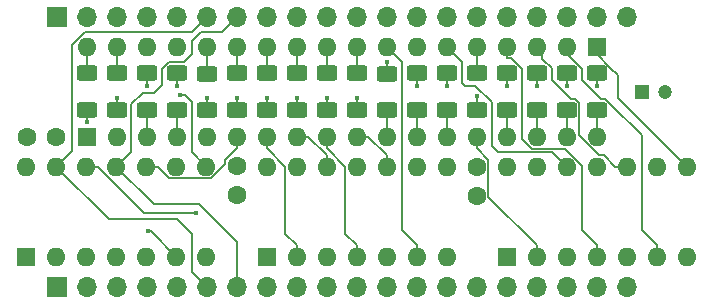
<source format=gtl>
G04 #@! TF.GenerationSoftware,KiCad,Pcbnew,(6.0.11-0)*
G04 #@! TF.CreationDate,2023-06-10T21:35:02+02:00*
G04 #@! TF.ProjectId,debug_leds,64656275-675f-46c6-9564-732e6b696361,REV*
G04 #@! TF.SameCoordinates,Original*
G04 #@! TF.FileFunction,Copper,L1,Top*
G04 #@! TF.FilePolarity,Positive*
%FSLAX46Y46*%
G04 Gerber Fmt 4.6, Leading zero omitted, Abs format (unit mm)*
G04 Created by KiCad (PCBNEW (6.0.11-0)) date 2023-06-10 21:35:02*
%MOMM*%
%LPD*%
G01*
G04 APERTURE LIST*
G04 Aperture macros list*
%AMRoundRect*
0 Rectangle with rounded corners*
0 $1 Rounding radius*
0 $2 $3 $4 $5 $6 $7 $8 $9 X,Y pos of 4 corners*
0 Add a 4 corners polygon primitive as box body*
4,1,4,$2,$3,$4,$5,$6,$7,$8,$9,$2,$3,0*
0 Add four circle primitives for the rounded corners*
1,1,$1+$1,$2,$3*
1,1,$1+$1,$4,$5*
1,1,$1+$1,$6,$7*
1,1,$1+$1,$8,$9*
0 Add four rect primitives between the rounded corners*
20,1,$1+$1,$2,$3,$4,$5,0*
20,1,$1+$1,$4,$5,$6,$7,0*
20,1,$1+$1,$6,$7,$8,$9,0*
20,1,$1+$1,$8,$9,$2,$3,0*%
G04 Aperture macros list end*
G04 #@! TA.AperFunction,ComponentPad*
%ADD10R,1.700000X1.700000*%
G04 #@! TD*
G04 #@! TA.AperFunction,ComponentPad*
%ADD11O,1.700000X1.700000*%
G04 #@! TD*
G04 #@! TA.AperFunction,ComponentPad*
%ADD12O,1.600000X1.600000*%
G04 #@! TD*
G04 #@! TA.AperFunction,ComponentPad*
%ADD13R,1.600000X1.600000*%
G04 #@! TD*
G04 #@! TA.AperFunction,SMDPad,CuDef*
%ADD14RoundRect,0.250000X0.625000X-0.400000X0.625000X0.400000X-0.625000X0.400000X-0.625000X-0.400000X0*%
G04 #@! TD*
G04 #@! TA.AperFunction,SMDPad,CuDef*
%ADD15RoundRect,0.250000X-0.625000X0.400000X-0.625000X-0.400000X0.625000X-0.400000X0.625000X0.400000X0*%
G04 #@! TD*
G04 #@! TA.AperFunction,ComponentPad*
%ADD16C,1.600000*%
G04 #@! TD*
G04 #@! TA.AperFunction,ComponentPad*
%ADD17R,1.200000X1.200000*%
G04 #@! TD*
G04 #@! TA.AperFunction,ComponentPad*
%ADD18C,1.200000*%
G04 #@! TD*
G04 #@! TA.AperFunction,ViaPad*
%ADD19C,0.450000*%
G04 #@! TD*
G04 #@! TA.AperFunction,Conductor*
%ADD20C,0.127000*%
G04 #@! TD*
G04 APERTURE END LIST*
D10*
X105410000Y-52070000D03*
D11*
X107950000Y-52070000D03*
X110490000Y-52070000D03*
X113030000Y-52070000D03*
X115570000Y-52070000D03*
X118110000Y-52070000D03*
X120650000Y-52070000D03*
X123190000Y-52070000D03*
X125730000Y-52070000D03*
X128270000Y-52070000D03*
X130810000Y-52070000D03*
X133350000Y-52070000D03*
X135890000Y-52070000D03*
X138430000Y-52070000D03*
X140970000Y-52070000D03*
X143510000Y-52070000D03*
X146050000Y-52070000D03*
X148590000Y-52070000D03*
X151130000Y-52070000D03*
X153670000Y-52070000D03*
D10*
X105410000Y-74930000D03*
D11*
X107950000Y-74930000D03*
X110490000Y-74930000D03*
X113030000Y-74930000D03*
X115570000Y-74930000D03*
X118110000Y-74930000D03*
X120650000Y-74930000D03*
X123190000Y-74930000D03*
X125730000Y-74930000D03*
X128270000Y-74930000D03*
X130810000Y-74930000D03*
X133350000Y-74930000D03*
X135890000Y-74930000D03*
X138430000Y-74930000D03*
X140970000Y-74930000D03*
X143510000Y-74930000D03*
X146050000Y-74930000D03*
X148590000Y-74930000D03*
X151130000Y-74930000D03*
X153670000Y-74930000D03*
D12*
X123190000Y-64770000D03*
X125730000Y-64770000D03*
X128270000Y-64770000D03*
X130810000Y-64770000D03*
X133350000Y-64770000D03*
X135890000Y-64770000D03*
X138430000Y-64770000D03*
X138430000Y-72390000D03*
X135890000Y-72390000D03*
X133350000Y-72390000D03*
X130810000Y-72390000D03*
X128270000Y-72390000D03*
X125730000Y-72390000D03*
D13*
X123190000Y-72390000D03*
D12*
X143510000Y-64770000D03*
X146050000Y-64770000D03*
X148590000Y-64770000D03*
X151130000Y-64770000D03*
X153670000Y-64770000D03*
X156210000Y-64770000D03*
X158750000Y-64770000D03*
X158750000Y-72390000D03*
X156210000Y-72390000D03*
X153670000Y-72390000D03*
X151130000Y-72390000D03*
X148590000Y-72390000D03*
X146050000Y-72390000D03*
D13*
X143510000Y-72390000D03*
X102860000Y-72390000D03*
D12*
X105400000Y-72390000D03*
X107940000Y-72390000D03*
X110480000Y-72390000D03*
X113020000Y-72390000D03*
X115560000Y-72390000D03*
X118100000Y-72390000D03*
X118100000Y-64770000D03*
X115560000Y-64770000D03*
X113020000Y-64770000D03*
X110480000Y-64770000D03*
X107940000Y-64770000D03*
X105400000Y-64770000D03*
X102860000Y-64770000D03*
X151130000Y-62230000D03*
X148590000Y-62230000D03*
X146050000Y-62230000D03*
X143510000Y-62230000D03*
X140970000Y-62230000D03*
X138430000Y-62230000D03*
X135890000Y-62230000D03*
X133350000Y-62230000D03*
X133350000Y-54610000D03*
X135890000Y-54610000D03*
X138430000Y-54610000D03*
X140970000Y-54610000D03*
X143510000Y-54610000D03*
X146050000Y-54610000D03*
X148590000Y-54610000D03*
D13*
X151130000Y-54610000D03*
D12*
X107950000Y-54610000D03*
X110490000Y-54610000D03*
X113030000Y-54610000D03*
X115570000Y-54610000D03*
X118110000Y-54610000D03*
X120650000Y-54610000D03*
X123190000Y-54610000D03*
X125730000Y-54610000D03*
X128270000Y-54610000D03*
X130810000Y-54610000D03*
X130810000Y-62230000D03*
X128270000Y-62230000D03*
X125730000Y-62230000D03*
X123190000Y-62230000D03*
X120650000Y-62230000D03*
X118110000Y-62230000D03*
X115570000Y-62230000D03*
X113030000Y-62230000D03*
X110490000Y-62230000D03*
D13*
X107950000Y-62230000D03*
D14*
X146050000Y-56860000D03*
X146050000Y-59960000D03*
D15*
X107950000Y-59970000D03*
X107950000Y-56870000D03*
D14*
X138430000Y-56860000D03*
X138430000Y-59960000D03*
D15*
X125730000Y-59970000D03*
X125730000Y-56870000D03*
D14*
X140970000Y-56860000D03*
X140970000Y-59960000D03*
X151130000Y-56860000D03*
X151130000Y-59960000D03*
D15*
X115570000Y-59970000D03*
X115570000Y-56870000D03*
X120650000Y-59970000D03*
X120650000Y-56870000D03*
X113030000Y-59970000D03*
X113030000Y-56870000D03*
X128270000Y-59970000D03*
X128270000Y-56870000D03*
D14*
X148590000Y-56860000D03*
X148590000Y-59960000D03*
X135890000Y-56870000D03*
X135890000Y-59970000D03*
D15*
X123190000Y-59970000D03*
X123190000Y-56870000D03*
D16*
X140970000Y-64770000D03*
X140970000Y-67270000D03*
D15*
X130810000Y-59970000D03*
X130810000Y-56870000D03*
D14*
X133350000Y-56880000D03*
X133350000Y-59980000D03*
D15*
X110490000Y-59970000D03*
X110490000Y-56870000D03*
X118110000Y-59980000D03*
X118110000Y-56880000D03*
D17*
X154940000Y-58420000D03*
D18*
X156940000Y-58420000D03*
D16*
X102870000Y-62230000D03*
X105370000Y-62230000D03*
X120650000Y-64680000D03*
X120650000Y-67180000D03*
D14*
X143510000Y-56870000D03*
X143510000Y-59970000D03*
D19*
X140970000Y-58801000D03*
X113157000Y-70231000D03*
X115824000Y-58705609D03*
X117242000Y-68665200D03*
X107950000Y-60960000D03*
X110490000Y-58928000D03*
X118110000Y-58928000D03*
X120650000Y-58928000D03*
X123190000Y-58928000D03*
X125730000Y-58928000D03*
X128270000Y-58928000D03*
X130810000Y-58928000D03*
X133350000Y-55880000D03*
X135890000Y-57912000D03*
X138430000Y-57912000D03*
X143510000Y-57912000D03*
X146050000Y-57912000D03*
X148590000Y-57912000D03*
X151130000Y-57912000D03*
X115570000Y-57912000D03*
X113030000Y-57912000D03*
D20*
X151130000Y-54610000D02*
X151130000Y-55213300D01*
X152923900Y-58943900D02*
X158750000Y-64770000D01*
X151130000Y-55213300D02*
X152289000Y-56372200D01*
X152923900Y-57007100D02*
X152923900Y-58943900D01*
X152289000Y-56372200D02*
X152923900Y-57007100D01*
X148590000Y-64770000D02*
X147320000Y-63500000D01*
X147320000Y-63500000D02*
X142748000Y-63500000D01*
X139700000Y-55880000D02*
X138430000Y-54610000D01*
X142748000Y-63500000D02*
X142240000Y-62992000D01*
X142240000Y-62992000D02*
X142240000Y-59309000D01*
X142240000Y-59309000D02*
X140843000Y-57912000D01*
X140843000Y-57912000D02*
X139954000Y-57912000D01*
X139954000Y-57912000D02*
X139700000Y-57658000D01*
X139700000Y-57658000D02*
X139700000Y-55880000D01*
X140970000Y-59960000D02*
X140970000Y-58801000D01*
X115560000Y-72390000D02*
X113401000Y-70231000D01*
X113401000Y-70231000D02*
X113157000Y-70231000D01*
X116292274Y-58705609D02*
X115824000Y-58705609D01*
X116875000Y-63545000D02*
X116875000Y-59288335D01*
X118100000Y-64770000D02*
X116875000Y-63545000D01*
X116875000Y-59288335D02*
X116292274Y-58705609D01*
X110480000Y-64770000D02*
X111750000Y-63500000D01*
X111750000Y-59446000D02*
X112694599Y-58501401D01*
X113619401Y-58501401D02*
X114300000Y-57820802D01*
X111750000Y-63500000D02*
X111750000Y-59446000D01*
X112694599Y-58501401D02*
X113619401Y-58501401D01*
X114300000Y-57820802D02*
X114300000Y-56530223D01*
X114300000Y-56530223D02*
X114950223Y-55880000D01*
X116205000Y-55880000D02*
X116840000Y-55245000D01*
X116840000Y-55245000D02*
X116840000Y-54102000D01*
X114950223Y-55880000D02*
X116205000Y-55880000D01*
X117602000Y-53340000D02*
X119380000Y-53340000D01*
X116840000Y-54102000D02*
X117602000Y-53340000D01*
X119380000Y-53340000D02*
X120650000Y-52070000D01*
X106743500Y-63426500D02*
X105400000Y-64770000D01*
X106743500Y-54453905D02*
X106743500Y-63426500D01*
X107857405Y-53340000D02*
X106743500Y-54453905D01*
X116840000Y-53340000D02*
X107857405Y-53340000D01*
X118110000Y-52070000D02*
X116840000Y-53340000D01*
X120650000Y-56870000D02*
X120650000Y-54610000D01*
X118110000Y-56880000D02*
X118110000Y-54610000D01*
X110490000Y-56870000D02*
X110490000Y-54610000D01*
X107950000Y-56870000D02*
X107950000Y-54610000D01*
X135890000Y-59970000D02*
X135890000Y-62230000D01*
X138430000Y-59960000D02*
X138430000Y-62230000D01*
X143510000Y-59970000D02*
X143510000Y-62230000D01*
X140970000Y-54610000D02*
X140970000Y-56860000D01*
X148590000Y-55213400D02*
X148590000Y-54610000D01*
X149860000Y-56483400D02*
X148590000Y-55213400D01*
X149860000Y-57404000D02*
X149860000Y-56483400D01*
X151511000Y-59055000D02*
X149860000Y-57404000D01*
X151881000Y-59055000D02*
X151511000Y-59055000D01*
X152394000Y-59568700D02*
X151881000Y-59055000D01*
X154940000Y-62114000D02*
X152394000Y-59568700D01*
X154940000Y-70154600D02*
X154940000Y-62114000D01*
X156210000Y-71424600D02*
X154940000Y-70154600D01*
X156210000Y-72390000D02*
X156210000Y-71424600D01*
X152705000Y-64770000D02*
X153670000Y-64770000D01*
X151739000Y-63804600D02*
X152705000Y-64770000D01*
X151333000Y-63804600D02*
X151739000Y-63804600D01*
X149631000Y-62103000D02*
X151333000Y-63804600D01*
X149631000Y-59387700D02*
X149631000Y-62103000D01*
X149298000Y-59055000D02*
X149631000Y-59387700D01*
X148971000Y-59055000D02*
X149298000Y-59055000D01*
X147320000Y-57404000D02*
X148971000Y-59055000D01*
X147320000Y-56445300D02*
X147320000Y-57404000D01*
X146529000Y-55654700D02*
X147320000Y-56445300D01*
X146529000Y-55089300D02*
X146529000Y-55654700D01*
X146050000Y-54610000D02*
X146529000Y-55089300D01*
X120650000Y-71120000D02*
X120650000Y-74930000D01*
X117475000Y-67945000D02*
X120650000Y-71120000D01*
X113655000Y-67945000D02*
X117475000Y-67945000D01*
X110480000Y-64770000D02*
X113655000Y-67945000D01*
X116840000Y-73660000D02*
X118110000Y-74930000D01*
X116840000Y-70485000D02*
X116840000Y-73660000D01*
X115570000Y-69215000D02*
X116840000Y-70485000D01*
X109845000Y-69215000D02*
X115570000Y-69215000D01*
X105400000Y-64770000D02*
X109845000Y-69215000D01*
X143510000Y-55575400D02*
X143510000Y-54610000D01*
X143872000Y-55575400D02*
X143510000Y-55575400D01*
X144822000Y-56525700D02*
X143872000Y-55575400D01*
X144822000Y-62432300D02*
X144822000Y-56525700D01*
X145623000Y-63233200D02*
X144822000Y-62432300D01*
X148423000Y-63233200D02*
X145623000Y-63233200D01*
X149860000Y-64669800D02*
X148423000Y-63233200D01*
X149860000Y-70154600D02*
X149860000Y-64669800D01*
X151130000Y-71424600D02*
X149860000Y-70154600D01*
X151130000Y-72390000D02*
X151130000Y-71424600D01*
X134620000Y-55880000D02*
X133350000Y-54610000D01*
X134620000Y-70154600D02*
X134620000Y-55880000D01*
X135890000Y-71424600D02*
X134620000Y-70154600D01*
X135890000Y-72390000D02*
X135890000Y-71424600D01*
X133350000Y-59980000D02*
X133350000Y-62230000D01*
X141935400Y-67310000D02*
X146050000Y-71424600D01*
X141935400Y-64160800D02*
X141935400Y-67310000D01*
X140970000Y-63195400D02*
X141935400Y-64160800D01*
X140970000Y-62230000D02*
X140970000Y-63195400D01*
X146050000Y-72390000D02*
X146050000Y-71424600D01*
X146050000Y-59960000D02*
X146050000Y-62230000D01*
X148590000Y-59960000D02*
X148590000Y-62230000D01*
X151130000Y-59960000D02*
X151130000Y-62230000D01*
X113030000Y-62230000D02*
X113030000Y-59970000D01*
X115570000Y-62230000D02*
X115570000Y-59970000D01*
X112801000Y-68665200D02*
X117242000Y-68665200D01*
X108905000Y-64770000D02*
X112801000Y-68665200D01*
X107940000Y-64770000D02*
X108905000Y-64770000D01*
X120650000Y-63195400D02*
X120650000Y-62230000D01*
X119685000Y-64160800D02*
X120650000Y-63195400D01*
X119685000Y-64572000D02*
X119685000Y-64160800D01*
X118500000Y-65756500D02*
X119685000Y-64572000D01*
X114972000Y-65756500D02*
X118500000Y-65756500D01*
X113985000Y-64770000D02*
X114972000Y-65756500D01*
X113020000Y-64770000D02*
X113985000Y-64770000D01*
X125730000Y-71424600D02*
X125730000Y-72390000D01*
X124765000Y-70459200D02*
X125730000Y-71424600D01*
X124765000Y-64770000D02*
X124765000Y-70459200D01*
X123190000Y-63195400D02*
X124765000Y-64770000D01*
X123190000Y-62230000D02*
X123190000Y-63195400D01*
X128270000Y-63804600D02*
X128270000Y-64770000D01*
X126695000Y-62230000D02*
X128270000Y-63804600D01*
X125730000Y-62230000D02*
X126695000Y-62230000D01*
X130810000Y-71424600D02*
X130810000Y-72390000D01*
X129845000Y-70459200D02*
X130810000Y-71424600D01*
X129845000Y-64770000D02*
X129845000Y-70459200D01*
X128270000Y-63195400D02*
X129845000Y-64770000D01*
X128270000Y-62230000D02*
X128270000Y-63195400D01*
X133350000Y-63804600D02*
X133350000Y-64770000D01*
X131775000Y-62230000D02*
X133350000Y-63804600D01*
X130810000Y-62230000D02*
X131775000Y-62230000D01*
X123190000Y-56870000D02*
X123190000Y-54610000D01*
X125730000Y-56870000D02*
X125730000Y-54610000D01*
X128270000Y-56870000D02*
X128270000Y-54610000D01*
X130810000Y-56870000D02*
X130810000Y-54610000D01*
X133350000Y-56880000D02*
X133350000Y-55880000D01*
X107950000Y-59970000D02*
X107950000Y-60960000D01*
X110490000Y-59970000D02*
X110490000Y-58928000D01*
X118110000Y-59980000D02*
X118110000Y-58928000D01*
X120650000Y-59970000D02*
X120650000Y-58928000D01*
X123190000Y-59970000D02*
X123190000Y-58928000D01*
X125730000Y-59970000D02*
X125730000Y-58928000D01*
X128270000Y-59970000D02*
X128270000Y-58928000D01*
X130810000Y-59970000D02*
X130810000Y-58928000D01*
X135890000Y-56870000D02*
X135890000Y-57912000D01*
X138430000Y-56860000D02*
X138430000Y-57912000D01*
X143510000Y-56870000D02*
X143510000Y-57912000D01*
X146050000Y-56860000D02*
X146050000Y-57912000D01*
X148590000Y-56860000D02*
X148590000Y-57912000D01*
X151130000Y-56860000D02*
X151130000Y-57912000D01*
X115570000Y-56870000D02*
X115570000Y-57912000D01*
X113030000Y-56870000D02*
X113030000Y-57912000D01*
M02*

</source>
